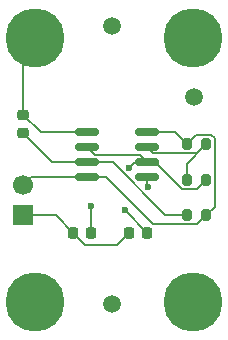
<source format=gbr>
%TF.GenerationSoftware,KiCad,Pcbnew,9.0.5*%
%TF.CreationDate,2025-10-22T12:52:36+02:00*%
%TF.ProjectId,tut_1,7475745f-312e-46b6-9963-61645f706362,rev?*%
%TF.SameCoordinates,Original*%
%TF.FileFunction,Copper,L1,Top*%
%TF.FilePolarity,Positive*%
%FSLAX46Y46*%
G04 Gerber Fmt 4.6, Leading zero omitted, Abs format (unit mm)*
G04 Created by KiCad (PCBNEW 9.0.5) date 2025-10-22 12:52:36*
%MOMM*%
%LPD*%
G01*
G04 APERTURE LIST*
G04 Aperture macros list*
%AMRoundRect*
0 Rectangle with rounded corners*
0 $1 Rounding radius*
0 $2 $3 $4 $5 $6 $7 $8 $9 X,Y pos of 4 corners*
0 Add a 4 corners polygon primitive as box body*
4,1,4,$2,$3,$4,$5,$6,$7,$8,$9,$2,$3,0*
0 Add four circle primitives for the rounded corners*
1,1,$1+$1,$2,$3*
1,1,$1+$1,$4,$5*
1,1,$1+$1,$6,$7*
1,1,$1+$1,$8,$9*
0 Add four rect primitives between the rounded corners*
20,1,$1+$1,$2,$3,$4,$5,0*
20,1,$1+$1,$4,$5,$6,$7,0*
20,1,$1+$1,$6,$7,$8,$9,0*
20,1,$1+$1,$8,$9,$2,$3,0*%
G04 Aperture macros list end*
%TA.AperFunction,SMDPad,CuDef*%
%ADD10RoundRect,0.218750X-0.256250X0.218750X-0.256250X-0.218750X0.256250X-0.218750X0.256250X0.218750X0*%
%TD*%
%TA.AperFunction,SMDPad,CuDef*%
%ADD11RoundRect,0.162500X-0.825000X-0.162500X0.825000X-0.162500X0.825000X0.162500X-0.825000X0.162500X0*%
%TD*%
%TA.AperFunction,SMDPad,CuDef*%
%ADD12RoundRect,0.225000X0.225000X0.250000X-0.225000X0.250000X-0.225000X-0.250000X0.225000X-0.250000X0*%
%TD*%
%TA.AperFunction,SMDPad,CuDef*%
%ADD13C,1.500000*%
%TD*%
%TA.AperFunction,ComponentPad*%
%ADD14C,5.000000*%
%TD*%
%TA.AperFunction,SMDPad,CuDef*%
%ADD15RoundRect,0.200000X0.200000X0.275000X-0.200000X0.275000X-0.200000X-0.275000X0.200000X-0.275000X0*%
%TD*%
%TA.AperFunction,SMDPad,CuDef*%
%ADD16RoundRect,0.200000X-0.200000X-0.275000X0.200000X-0.275000X0.200000X0.275000X-0.200000X0.275000X0*%
%TD*%
%TA.AperFunction,ComponentPad*%
%ADD17R,1.700000X1.700000*%
%TD*%
%TA.AperFunction,ComponentPad*%
%ADD18C,1.700000*%
%TD*%
%TA.AperFunction,ViaPad*%
%ADD19C,0.600000*%
%TD*%
%TA.AperFunction,Conductor*%
%ADD20C,0.200000*%
%TD*%
G04 APERTURE END LIST*
D10*
%TO.P,D1,2,A*%
%TO.N,Net-(D1-A)*%
X131000000Y-85075000D03*
%TO.P,D1,1,K*%
%TO.N,GND*%
X131000000Y-83500000D03*
%TD*%
D11*
%TO.P,U1,1,GND*%
%TO.N,GND*%
X136425000Y-85000000D03*
%TO.P,U1,2,TR*%
%TO.N,TRG*%
X136425000Y-86270000D03*
%TO.P,U1,3,Q*%
%TO.N,Net-(D1-A)*%
X136425000Y-87540000D03*
%TO.P,U1,4,R*%
%TO.N,VCC*%
X136425000Y-88810000D03*
%TO.P,U1,5,CV*%
%TO.N,Net-(U1-CV)*%
X141500000Y-88810000D03*
%TO.P,U1,6,THR*%
%TO.N,TRG*%
X141500000Y-87540000D03*
%TO.P,U1,7,DIS*%
%TO.N,DIS*%
X141500000Y-86270000D03*
%TO.P,U1,8,VCC*%
%TO.N,VCC*%
X141500000Y-85000000D03*
%TD*%
D12*
%TO.P,C2,1*%
%TO.N,Net-(U1-CV)*%
X141500000Y-93500000D03*
%TO.P,C2,2*%
%TO.N,GND*%
X139950000Y-93500000D03*
%TD*%
%TO.P,C1,1*%
%TO.N,TRG*%
X136775000Y-93500000D03*
%TO.P,C1,2*%
%TO.N,GND*%
X135225000Y-93500000D03*
%TD*%
D13*
%TO.P,FID3,*%
%TO.N,*%
X138500000Y-99500000D03*
%TD*%
%TO.P,FID2,*%
%TO.N,*%
X145500000Y-82000000D03*
%TD*%
%TO.P,FID1,*%
%TO.N,*%
X138500000Y-76000000D03*
%TD*%
D14*
%TO.P,H4,1,1*%
%TO.N,GND*%
X132000000Y-99400000D03*
%TD*%
%TO.P,H3,1,1*%
%TO.N,GND*%
X145400000Y-99400000D03*
%TD*%
%TO.P,H2,1,1*%
%TO.N,GND*%
X145400000Y-77000000D03*
%TD*%
%TO.P,H1,1,1*%
%TO.N,GND*%
X132000000Y-77000000D03*
%TD*%
D15*
%TO.P,R3,1*%
%TO.N,VCC*%
X146500000Y-92000000D03*
%TO.P,R3,2*%
%TO.N,Net-(D1-A)*%
X144850000Y-92000000D03*
%TD*%
D16*
%TO.P,R2,1*%
%TO.N,DIS*%
X144850000Y-89000000D03*
%TO.P,R2,2*%
%TO.N,TRG*%
X146500000Y-89000000D03*
%TD*%
%TO.P,R1,1*%
%TO.N,VCC*%
X144850000Y-86000000D03*
%TO.P,R1,2*%
%TO.N,DIS*%
X146500000Y-86000000D03*
%TD*%
D17*
%TO.P,J1,1,Pin_1*%
%TO.N,GND*%
X131000000Y-92040000D03*
D18*
%TO.P,J1,2,Pin_2*%
%TO.N,VCC*%
X131000000Y-89500000D03*
%TD*%
D19*
%TO.N,Net-(U1-CV)*%
X141545520Y-89654480D03*
%TO.N,TRG*%
X140000000Y-88000000D03*
%TO.N,Net-(U1-CV)*%
X139600000Y-91600000D03*
%TO.N,TRG*%
X136775000Y-91225000D03*
%TD*%
D20*
%TO.N,Net-(U1-CV)*%
X141500000Y-89608960D02*
X141545520Y-89654480D01*
X141500000Y-88810000D02*
X141500000Y-89608960D01*
%TO.N,TRG*%
X141500000Y-87540000D02*
X140460000Y-87540000D01*
X140460000Y-87540000D02*
X140000000Y-88000000D01*
%TO.N,Net-(U1-CV)*%
X141500000Y-93500000D02*
X139600000Y-91600000D01*
%TO.N,TRG*%
X136800000Y-91200000D02*
X136775000Y-91225000D01*
X136775000Y-93500000D02*
X136775000Y-91225000D01*
%TO.N,VCC*%
X145724000Y-92776000D02*
X146500000Y-92000000D01*
X142001110Y-92776000D02*
X145724000Y-92776000D01*
X138035110Y-88810000D02*
X142001110Y-92776000D01*
X136425000Y-88810000D02*
X138035110Y-88810000D01*
%TO.N,Net-(D1-A)*%
X143042510Y-92000000D02*
X144850000Y-92000000D01*
X138582510Y-87540000D02*
X143042510Y-92000000D01*
X136425000Y-87540000D02*
X138582510Y-87540000D01*
%TO.N,VCC*%
X143850000Y-85000000D02*
X141500000Y-85000000D01*
X144850000Y-86000000D02*
X143850000Y-85000000D01*
%TO.N,TRG*%
X145724000Y-89776000D02*
X146500000Y-89000000D01*
X144436936Y-89776000D02*
X145724000Y-89776000D01*
X142200936Y-87540000D02*
X144436936Y-89776000D01*
X141500000Y-87540000D02*
X142200936Y-87540000D01*
%TO.N,DIS*%
X144850000Y-87650000D02*
X146500000Y-86000000D01*
X144850000Y-89000000D02*
X144850000Y-87650000D01*
%TO.N,VCC*%
X146913064Y-85224000D02*
X145626000Y-85224000D01*
X147201000Y-85511936D02*
X146913064Y-85224000D01*
X145626000Y-85224000D02*
X144850000Y-86000000D01*
X147201000Y-91299000D02*
X147201000Y-85511936D01*
X146500000Y-92000000D02*
X147201000Y-91299000D01*
%TO.N,TRG*%
X140856000Y-86896000D02*
X141500000Y-87540000D01*
X137051000Y-86896000D02*
X140856000Y-86896000D01*
X136425000Y-86270000D02*
X137051000Y-86896000D01*
%TO.N,DIS*%
X145724000Y-86776000D02*
X146500000Y-86000000D01*
X142006000Y-86776000D02*
X145724000Y-86776000D01*
X141500000Y-86270000D02*
X142006000Y-86776000D01*
%TO.N,GND*%
X138950000Y-94500000D02*
X139950000Y-93500000D01*
X136225000Y-94500000D02*
X138950000Y-94500000D01*
X135225000Y-93500000D02*
X136225000Y-94500000D01*
X133765000Y-92040000D02*
X135225000Y-93500000D01*
X131000000Y-92040000D02*
X133765000Y-92040000D01*
%TO.N,VCC*%
X131690000Y-88810000D02*
X131000000Y-89500000D01*
X136425000Y-88810000D02*
X131690000Y-88810000D01*
%TO.N,Net-(D1-A)*%
X133465000Y-87540000D02*
X136425000Y-87540000D01*
X131000000Y-85075000D02*
X133465000Y-87540000D01*
%TO.N,GND*%
X131000000Y-78000000D02*
X132000000Y-77000000D01*
X131000000Y-83500000D02*
X131000000Y-78000000D01*
X132500000Y-85000000D02*
X131000000Y-83500000D01*
X136425000Y-85000000D02*
X132500000Y-85000000D01*
%TD*%
M02*

</source>
